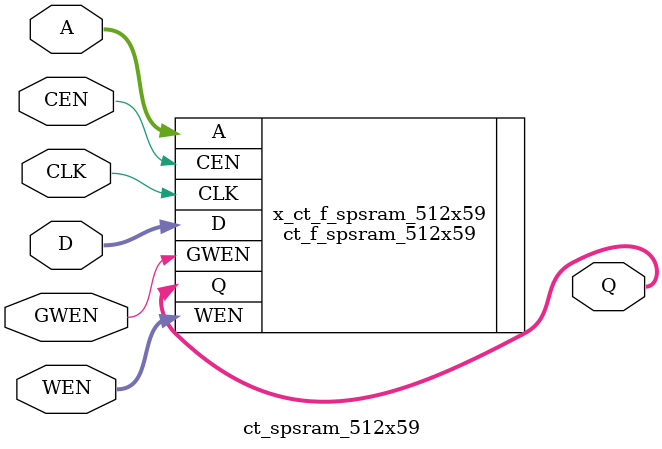
<source format=sv>
/*Copyright 2019-2021 T-Head Semiconductor Co., Ltd.
 
Licensed under the Apache License, Version 2.0 (the "License");
you may not use this file except in compliance with the License.
You may obtain a copy of the License at
 
    http://www.apache.org/licenses/LICENSE-2.0
 
Unless required by applicable law or agreed to in writing, software
distributed under the License is distributed on an "AS IS" BASIS,
WITHOUT WARRANTIES OR CONDITIONS OF ANY KIND, either express or implied.
See the License for the specific language governing permissions and
limitations under the License.
*/

module ct_spsram_512x59 #(
        parameter       ADDR_WIDTH          = 9,
        parameter       DATA_WIDTH          = 59
    )
    (
        input           [ADDR_WIDTH-1:0]    A,
        input                               CEN,
        input                               CLK,
        input           [DATA_WIDTH-1:0]    D,
        input                               GWEN,
        output          [DATA_WIDTH-1:0]    Q,
        input           [DATA_WIDTH-1:0]    WEN
    );

    // &Force("bus","Q",DATA_WIDTH-1,0); @34
    // &Force("bus","WEN",DATA_WIDTH-1,0); @35
    // &Force("bus","A",ADDR_WIDTH-1,0); @36
    // &Force("bus","D",DATA_WIDTH-1,0); @37

    //********************************************************
    //*                        FPGA memory                   *
    //********************************************************
    //{WEN[58],WEN[57:29],WEN[28:0]}
    ct_f_spsram_512x59  x_ct_f_spsram_512x59 (
                            .A              (A   ),
                            .CEN            (CEN ),
                            .CLK            (CLK ),
                            .D              (D   ),
                            .GWEN           (GWEN),
                            .Q              (Q   ),
                            .WEN            (WEN )
                        );

endmodule

</source>
